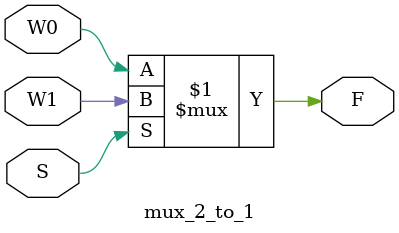
<source format=v>
module mux_2_to_1(S,W0,W1,F);
	
	input S, W0, W1;
	output F;
	
	assign F = S ? W1:W0;

	
endmodule

</source>
